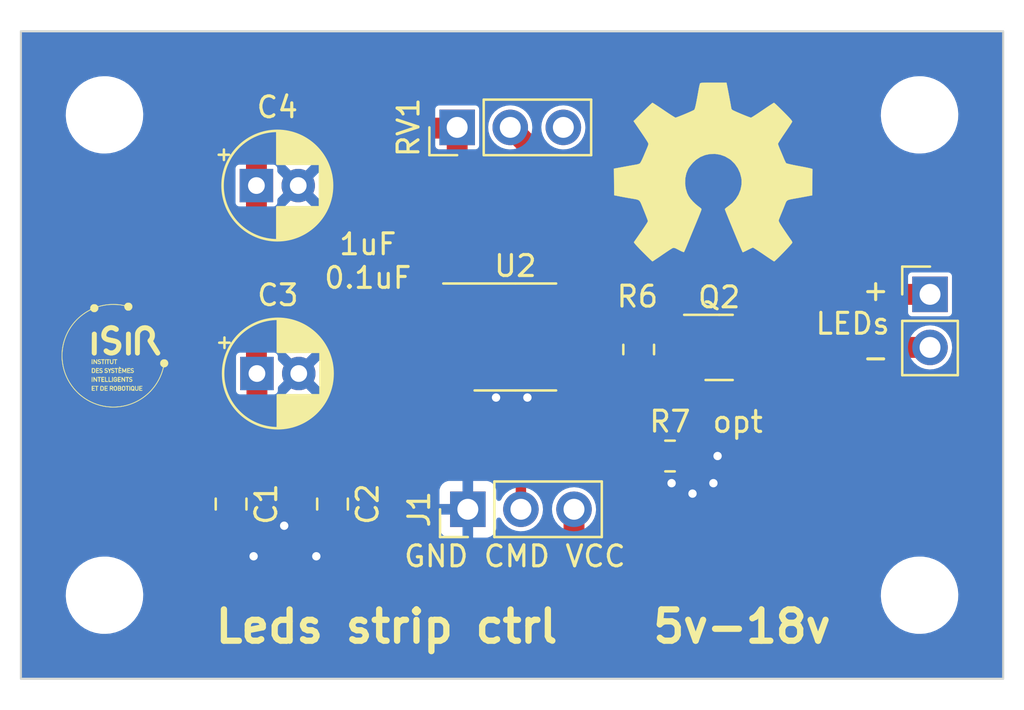
<source format=kicad_pcb>
(kicad_pcb (version 20211014) (generator pcbnew)
  (layers (0 "F.Cu" signal) (31 "B.Cu" signal) (34 "B.Paste" user) (35 "F.Paste" user) (36 "B.SilkS" user "B.Silkscreen") (37 "F.SilkS" user "F.Silkscreen") (38 "B.Mask" user) (39 "F.Mask" user) (44 "Edge.Cuts" user))
  (net 0 "")
  (net 1 "VCC")
  (net 2 "GND")
  (net 3 "Net-(Q2-Pad3)")
  (net 4 "Net-(Q2-Pad1)")
  (net 6 "Net-(J1-Pad2)")
  (net 7 "Net-(J2-Pad1)")
  (footprint "MountingHole:MountingHole_3.2mm_M3" (layer "F.Cu") (at 177 83.5)
    (fp_text reference "REF**" hide)
    (fp_text value "MountingHole_3.2mm_M3" hide)
    (pad "" np_thru_hole circle (at 0 0) (size 3.2 3.2) (drill 3.2) (layers *.Cu *.Mask))
  )
  (footprint "Capacitor_THT:CP_Radial_D5.0mm_P2.00mm" (layer "F.Cu") (at 145.294664 95.885)
    (fp_text reference "C3" (at 1 -3.75) (layer "F.SilkS"))
    (fp_text value "1uF")
    (pad "1" thru_hole rect (at 0 0) (size 1.6 1.6) (drill 0.8) (layers *.Cu *.Mask) (net 1 "VCC"))
    (pad "2" thru_hole circle (at 2 0) (size 1.6 1.6) (drill 0.8) (layers *.Cu *.Mask) (net 2 "GND"))
  )
  (footprint "MountingHole:MountingHole_3.2mm_M3" (layer "F.Cu") (at 177 106.5)
    (fp_text reference "REF**" hide)
    (fp_text value "MountingHole_3.2mm_M3" hide)
    (pad "" np_thru_hole circle (at 0 0) (size 3.2 3.2) (drill 3.2) (layers F&B.Cu *.Mask))
  )
  (footprint "Connector_PinHeader_2.54mm:PinHeader_1x03_P2.54mm_Vertical" (layer "F.Cu") (at 155.385 102.385 90)
    (fp_text reference "J1" (at 0 -2.33 90) (layer "F.SilkS"))
    (fp_text value "Conn_01x03_Male" hide)
    (pad "1" thru_hole rect (at 0 0 90) (size 1.7 1.7) (drill 1) (layers *.Cu *.Mask) (net 2 "GND"))
    (pad "2" thru_hole oval (at 0 2.54 90) (size 1.7 1.7) (drill 1) (layers *.Cu *.Mask) (net 6 "Net-(J1-Pad2)"))
    (pad "3" thru_hole oval (at 0 5.08 90) (size 1.7 1.7) (drill 1) (layers *.Cu *.Mask) (net 1 "VCC"))
  )
  (footprint "Package_SO:SOIC-8_3.9x4.9mm_P1.27mm" (layer "F.Cu") (at 157.66 94.135)
    (fp_text reference "U2" (at 0 -3.4) (layer "F.SilkS"))
    (fp_text value "mcp1407")
    (pad "1" smd roundrect (at -2.475 -1.905) (size 1.95 0.6) (layers "F.Cu" "F.Paste" "F.Mask") (net 1 "VCC"))
    (pad "2" smd roundrect (at -2.475 -0.635) (size 1.95 0.6) (layers "F.Cu" "F.Paste" "F.Mask") (net 6 "Net-(J1-Pad2)"))
    (pad "3" smd roundrect (at -2.475 0.635) (size 1.95 0.6) (layers "F.Cu" "F.Paste" "F.Mask"))
    (pad "4" smd roundrect (at -2.475 1.905) (size 1.95 0.6) (layers "F.Cu" "F.Paste" "F.Mask") (net 2 "GND"))
    (pad "5" smd roundrect (at 2.475 1.905) (size 1.95 0.6) (layers "F.Cu" "F.Paste" "F.Mask") (net 2 "GND"))
    (pad "6" smd roundrect (at 2.475 0.635) (size 1.95 0.6) (layers "F.Cu" "F.Paste" "F.Mask") (net 4 "Net-(Q2-Pad1)"))
    (pad "7" smd roundrect (at 2.475 -0.635) (size 1.95 0.6) (layers "F.Cu" "F.Paste" "F.Mask") (net 4 "Net-(Q2-Pad1)"))
    (pad "8" smd roundrect (at 2.475 -1.905) (size 1.95 0.6) (layers "F.Cu" "F.Paste" "F.Mask") (net 1 "VCC"))
  )
  (footprint "Package_TO_SOT_SMD:SOT-23" (layer "F.Cu") (at 167.41 94.635)
    (fp_text reference "Q2" (at 0 -2.4) (layer "F.SilkS"))
    (fp_text value "ZXMN3A14F" hide)
    (pad "1" smd roundrect (at -0.9375 -0.95) (size 1.475 0.6) (layers "F.Cu" "F.Paste" "F.Mask") (net 4 "Net-(Q2-Pad1)"))
    (pad "2" smd roundrect (at -0.9375 0.95) (size 1.475 0.6) (layers "F.Cu" "F.Paste" "F.Mask") (net 2 "GND"))
    (pad "3" smd roundrect (at 0.9375 0) (size 1.475 0.6) (layers "F.Cu" "F.Paste" "F.Mask") (net 3 "Net-(Q2-Pad3)"))
  )
  (footprint "Footprints:logo_isir_petit" (layer "F.Cu") (at 138.5 95)
    (fp_text reference "G***" hide)
    (fp_text value "LOGO" hide)
  )
  (footprint "Connector_PinHeader_2.54mm:PinHeader_1x02_P2.54mm_Vertical" (layer "F.Cu") (at 177.5 92.095)
    (fp_text reference "J2" hide)
    (fp_text value "Conn_01x02_Female" hide)
    (pad "1" thru_hole rect (at 0 0) (size 1.7 1.7) (drill 1) (layers *.Cu *.Mask) (net 7 "Net-(J2-Pad1)"))
    (pad "2" thru_hole oval (at 0 2.54) (size 1.7 1.7) (drill 1) (layers *.Cu *.Mask) (net 3 "Net-(Q2-Pad3)"))
  )
  (footprint "MountingHole:MountingHole_3.2mm_M3" (layer "F.Cu") (at 138 106.5)
    (fp_text reference "REF**" hide)
    (fp_text value "MountingHole_3.2mm_M3" hide)
    (pad "" np_thru_hole circle (at 0 0) (size 3.2 3.2) (drill 3.2) (layers F&B.Cu *.Mask))
  )
  (footprint "MountingHole:MountingHole_3.2mm_M3" (layer "F.Cu") (at 138 83.5)
    (fp_text reference "REF**" hide)
    (fp_text value "MountingHole_3.2mm_M3" hide)
    (pad "" np_thru_hole circle (at 0 0) (size 3.2 3.2) (drill 3.2) (layers *.Cu *.Mask))
  )
  (footprint "Resistor_SMD:R_0805_2012Metric_Pad1.20x1.40mm_HandSolder" (layer "F.Cu") (at 165.06 99.835)
    (fp_text reference "R7" (at 0 -1.65) (layer "F.SilkS"))
    (fp_text value "1OOk")
    (pad "1" smd roundrect (at -1 0) (size 1.2 1.4) (layers "F.Cu" "F.Paste" "F.Mask") (roundrect_rratio 0.208333) (net 6 "Net-(J1-Pad2)"))
    (pad "2" smd roundrect (at 1 0) (size 1.2 1.4) (layers "F.Cu" "F.Paste" "F.Mask") (roundrect_rratio 0.208333) (net 2 "GND"))
  )
  (footprint "Resistor_SMD:R_0805_2012Metric_Pad1.20x1.40mm_HandSolder" (layer "F.Cu") (at 163.56 94.735 -90)
    (fp_text reference "R6" (at -2.535 0.06 180) (layer "F.SilkS"))
    (fp_text value "100K")
    (pad "1" smd roundrect (at -1 0 270) (size 1.2 1.4) (layers "F.Cu" "F.Paste" "F.Mask") (roundrect_rratio 0.208333) (net 4 "Net-(Q2-Pad1)"))
    (pad "2" smd roundrect (at 1 0 270) (size 1.2 1.4) (layers "F.Cu" "F.Paste" "F.Mask") (roundrect_rratio 0.208333) (net 2 "GND"))
  )
  (footprint "Capacitor_SMD:C_0805_2012Metric_Pad1.18x1.45mm_HandSolder" (layer "F.Cu") (at 148.91 102.135 -90)
    (fp_text reference "C2" (at 0 -1.68 90) (layer "F.SilkS"))
    (fp_text value "0.1uF")
    (pad "1" smd roundrect (at -1.0375 0 270) (size 1.175 1.45) (layers "F.Cu" "F.Paste" "F.Mask") (roundrect_rratio 0.212766) (net 1 "VCC"))
    (pad "2" smd roundrect (at 1.0375 0 270) (size 1.175 1.45) (layers "F.Cu" "F.Paste" "F.Mask") (roundrect_rratio 0.212766) (net 2 "GND"))
  )
  (footprint "Connector_PinHeader_2.54mm:PinHeader_1x03_P2.54mm_Vertical" (layer "F.Cu") (at 154.875 84.1 90)
    (fp_text reference "RV1" (at 0 -2.33 90) (layer "F.SilkS"))
    (fp_text value "Potentiometer" hide)
    (pad "1" thru_hole rect (at 0 0 90) (size 1.7 1.7) (drill 1) (layers *.Cu *.Mask) (net 1 "VCC"))
    (pad "2" thru_hole oval (at 0 2.54 90) (size 1.7 1.7) (drill 1) (layers *.Cu *.Mask) (net 7 "Net-(J2-Pad1)"))
    (pad "3" thru_hole oval (at 0 5.08 90) (size 1.7 1.7) (drill 1) (layers *.Cu *.Mask))
  )
  (footprint "Footprints:OSHW_10mm" (layer "F.Cu") (at 167.1 86.3)
    (fp_text reference "G***" hide)
    (fp_text value "LOGO" hide)
  )
  (footprint "Capacitor_SMD:C_0805_2012Metric_Pad1.18x1.45mm_HandSolder" (layer "F.Cu") (at 144.0575 102.135 -90)
    (fp_text reference "C1" (at 0 -1.68 90) (layer "F.SilkS"))
    (fp_text value "1uF")
    (pad "1" smd roundrect (at -1.0375 0 270) (size 1.175 1.45) (layers "F.Cu" "F.Paste" "F.Mask") (roundrect_rratio 0.212766) (net 1 "VCC"))
    (pad "2" smd roundrect (at 1.0375 0 270) (size 1.175 1.45) (layers "F.Cu" "F.Paste" "F.Mask") (roundrect_rratio 0.212766) (net 2 "GND"))
  )
  (footprint "Capacitor_THT:CP_Radial_D5.0mm_P2.00mm" (layer "F.Cu") (at 145.269104 86.885)
    (fp_text reference "C4" (at 1 -3.75) (layer "F.SilkS"))
    (fp_text value "0.1uF")
    (pad "1" thru_hole rect (at 0 0) (size 1.6 1.6) (drill 0.8) (layers *.Cu *.Mask) (net 1 "VCC"))
    (pad "2" thru_hole circle (at 2 0) (size 1.6 1.6) (drill 0.8) (layers *.Cu *.Mask) (net 2 "GND"))
  )
  (gr_rect (start 134 110.5) (end 181 79.5) (layer "Edge.Cuts") (width 0.1) (fill none))
  (gr_text "1uF\n0.1uF" (at 150.6 90.5) (layer "F.SilkS") (effects (font (size 1 1))))
  (gr_text "Leds strip ctrl" (at 151.5 108) (layer "F.SilkS") (effects (font (size 1.5 1.5) (thickness 0.3))))
  (gr_text "opt" (at 168.3 98.2) (layer "F.SilkS") (effects (font (size 1 1))))
  (gr_text "GND CMD VCC\n" (at 157.635 104.635) (layer "F.SilkS") (effects (font (size 1 1))))
  (gr_text "+\n\n-" (at 174.9 93.5) (layer "F.SilkS") (effects (font (size 1 1))))
  (gr_text "5v-18v" (at 168.5 108) (layer "F.SilkS") (effects (font (size 1.5 1.5) (thickness 0.3))))
  (gr_text "LEDs" (at 173.8 93.5) (layer "F.SilkS") (effects (font (size 1 1))))
  (segment (start 146.219104 84.135) (end 154.365 84.135) (width 1) (layer "F.Cu") (net 1))
  (segment (start 145.294664 95.885) (end 145.294664 99.860336) (width 1) (layer "F.Cu") (net 1))
  (segment (start 155.185 92.23) (end 156.28 91.135) (width 1) (layer "F.Cu") (net 1))
  (segment (start 152.66 104.135) (end 153.66 105.135) (width 1) (layer "F.Cu") (net 1))
  (segment (start 160.465 103.94) (end 160.465 102.385) (width 1) (layer "F.Cu") (net 1))
  (segment (start 154.875 91.92) (end 155.185 92.23) (width 1) (layer "F.Cu") (net 1))
  (segment (start 159.27 105.135) (end 160.465 103.94) (width 1) (layer "F.Cu") (net 1))
  (segment (start 145.269104 86.885) (end 145.269104 85.085) (width 1) (layer "F.Cu") (net 1))
  (segment (start 144.0575 101.0975) (end 148.91 101.0975) (width 1) (layer "F.Cu") (net 1))
  (segment (start 154.875 84.1) (end 154.875 91.92) (width 1) (layer "F.Cu") (net 1))
  (segment (start 145.269104 86.885) (end 145.269104 95.85944) (width 1) (layer "F.Cu") (net 1))
  (segment (start 152.66 103.135) (end 152.66 104.135) (width 1) (layer "F.Cu") (net 1))
  (segment (start 159.04 91.135) (end 160.135 92.23) (width 1) (layer "F.Cu") (net 1))
  (segment (start 145.269104 95.85944) (end 145.294664 95.885) (width 1) (layer "F.Cu") (net 1))
  (segment (start 153.66 105.135) (end 159.27 105.135) (width 1) (layer "F.Cu") (net 1))
  (segment (start 145.269104 85.085) (end 146.219104 84.135) (width 1) (layer "F.Cu") (net 1))
  (segment (start 156.28 91.135) (end 159.04 91.135) (width 1) (layer "F.Cu") (net 1))
  (segment (start 145.294664 99.860336) (end 144.0575 101.0975) (width 1) (layer "F.Cu") (net 1))
  (segment (start 148.91 101.0975) (end 150.6225 101.0975) (width 1) (layer "F.Cu") (net 1))
  (segment (start 150.6225 101.0975) (end 152.66 103.135) (width 1) (layer "F.Cu") (net 1))
  (segment (start 166.06 99.835) (end 166.06 101.56) (width 0.5) (layer "F.Cu") (net 2))
  (segment (start 166.06 101.56) (end 166.135 101.635) (width 0.5) (layer "F.Cu") (net 2))
  (segment (start 144.0575 103.1725) (end 148.91 103.1725) (width 1) (layer "F.Cu") (net 2))
  (segment (start 166.16 99.885) (end 166.16 96.1825) (width 1) (layer "F.Cu") (net 2))
  (segment (start 155.185 96.46) (end 155.76 97.035) (width 1) (layer "F.Cu") (net 2))
  (segment (start 156.735 97.035) (end 158.235 97.035) (width 1) (layer "F.Cu") (net 2))
  (segment (start 158.235 97.035) (end 159.14 97.035) (width 1) (layer "F.Cu") (net 2))
  (segment (start 166.0175 96.04) (end 166.4725 95.585) (width 1) (layer "F.Cu") (net 2))
  (segment (start 166.06 100.21) (end 165.135 101.135) (width 0.5) (layer "F.Cu") (net 2))
  (segment (start 166.06 99.835) (end 167.335 99.835) (width 0.5) (layer "F.Cu") (net 2))
  (segment (start 166.06 99.835) (end 166.06 100.06) (width 0.5) (layer "F.Cu") (net 2))
  (segment (start 166.06 99.835) (end 166.935 99.835) (width 0.5) (layer "F.Cu") (net 2))
  (segment (start 144.0575 103.5575) (end 145.135 104.635) (width 1) (layer "F.Cu") (net 2))
  (segment (start 166.06 100.06) (end 167.135 101.135) (width 0.5) (layer "F.Cu") (net 2))
  (segment (start 155.76 97.035) (end 156.735 97.035) (width 1) (layer "F.Cu") (net 2))
  (segment (start 166.06 99.835) (end 166.06 100.21) (width 0.5) (layer "F.Cu") (net 2))
  (segment (start 148.91 103.1725) (end 148.91 103.86) (width 1) (layer "F.Cu") (net 2))
  (segment (start 159.14 97.035) (end 160.135 96.04) (width 1) (layer "F.Cu") (net 2))
  (segment (start 160.135 96.04) (end 166.0175 96.04) (width 1) (layer "F.Cu") (net 2))
  (segment (start 148.91 103.86) (end 148.135 104.635) (width 1) (layer "F.Cu") (net 2))
  (segment (start 166.16 96.1825) (end 166.0175 96.04) (width 1) (layer "F.Cu") (net 2))
  (segment (start 155.185 96.04) (end 155.185 96.46) (width 1) (layer "F.Cu") (net 2))
  (segment (start 144.0575 103.1725) (end 144.0575 103.5575) (width 1) (layer "F.Cu") (net 2))
  (via (at 158.235 97.035) (size 0.8) (drill 0.4) (layers "F.Cu" "B.Cu") (net 2))
  (via (at 148.135 104.635) (size 0.8) (drill 0.4) (layers "F.Cu" "B.Cu") (net 2))
  (via (at 146.5975 103.1725) (size 0.8) (drill 0.4) (layers "F.Cu" "B.Cu") (net 2))
  (via (at 145.135 104.635) (size 0.8) (drill 0.4) (layers "F.Cu" "B.Cu") (net 2))
  (via (at 167.135 101.135) (size 0.8) (drill 0.4) (layers "F.Cu" "B.Cu") (net 2))
  (via (at 165.135 101.135) (size 0.8) (drill 0.4) (layers "F.Cu" "B.Cu") (net 2))
  (via (at 167.335 99.835) (size 0.8) (drill 0.4) (layers "F.Cu" "B.Cu") (net 2))
  (via (at 166.135 101.635) (size 0.8) (drill 0.4) (layers "F.Cu" "B.Cu") (net 2))
  (via (at 156.735 97.035) (size 0.8) (drill 0.4) (layers "F.Cu" "B.Cu") (net 2))
  (segment (start 168.3475 94.635) (end 177.5 94.635) (width 1) (layer "F.Cu") (net 3))
  (segment (start 160.135 94.77) (end 160.73 94.77) (width 1) (layer "F.Cu") (net 4))
  (segment (start 166.2875 93.5) (end 166.4725 93.685) (width 1) (layer "F.Cu") (net 4))
  (segment (start 160.135 93.5) (end 162 93.5) (width 1) (layer "F.Cu") (net 4))
  (segment (start 162 93.5) (end 166.2875 93.5) (width 1) (layer "F.Cu") (net 4))
  (segment (start 160.73 94.77) (end 162 93.5) (width 1) (layer "F.Cu") (net 4))
  (segment (start 151.96 95.235) (end 153.695 93.5) (width 0.5) (layer "F.Cu") (net 6))
  (segment (start 151.96 97.935) (end 151.96 95.235) (width 0.5) (layer "F.Cu") (net 6))
  (segment (start 157.925 101.17) (end 159.26 99.835) (width 0.5) (layer "F.Cu") (net 6))
  (segment (start 153.695 93.5) (end 155.185 93.5) (width 0.5) (layer "F.Cu") (net 6))
  (segment (start 157.925 102.385) (end 157.925 101.17) (width 0.5) (layer "F.Cu") (net 6))
  (segment (start 152.96 98.935) (end 151.96 97.935) (width 0.5) (layer "F.Cu") (net 6))
  (segment (start 157.925 101.17) (end 155.69 98.935) (width 0.5) (layer "F.Cu") (net 6))
  (segment (start 159.26 99.835) (end 164.06 99.835) (width 0.5) (layer "F.Cu") (net 6))
  (segment (start 155.69 98.935) (end 152.96 98.935) (width 0.5) (layer "F.Cu") (net 6))
  (segment (start 169.5 86.5) (end 159.815 86.5) (width 1) (layer "F.Cu") (net 7))
  (segment (start 177.5 92.095) (end 175.095 92.095) (width 1) (layer "F.Cu") (net 7))
  (segment (start 159.815 86.5) (end 157.415 84.1) (width 1) (layer "F.Cu") (net 7))
  (segment (start 175.095 92.095) (end 169.5 86.5) (width 1) (layer "F.Cu") (net 7))
  (zone (net 2) (net_name "GND") (layer "B.Cu") (connect_pads (clearance 0)) (min_thickness 0.254) (fill yes (thermal_gap 0.508) (thermal_bridge_width 0.508))
    (polygon (pts (xy 182 112) (xy 133 112) (xy 133 78) (xy 182 78)))
  )
)
</source>
